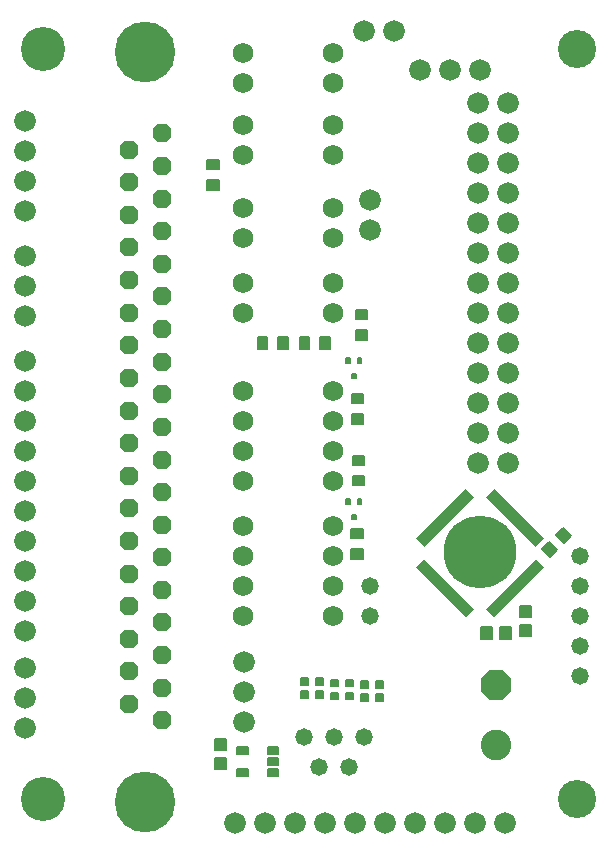
<source format=gts>
G75*
%MOIN*%
%OFA0B0*%
%FSLAX24Y24*%
%IPPOS*%
%LPD*%
%AMOC8*
5,1,8,0,0,1.08239X$1,22.5*
%
%ADD10C,0.1470*%
%ADD11C,0.1270*%
%ADD12R,0.0380X0.2340*%
%ADD13R,0.2340X0.0380*%
%ADD14R,0.0390X0.2340*%
%ADD15C,0.0064*%
%ADD16OC8,0.0620*%
%ADD17C,0.2020*%
%ADD18C,0.0680*%
%ADD19C,0.0063*%
%ADD20C,0.0720*%
%ADD21C,0.0067*%
%ADD22C,0.0064*%
%ADD23C,0.1020*%
%ADD24OC8,0.1020*%
%ADD25C,0.0580*%
%ADD26C,0.0063*%
%ADD27C,0.2420*%
D10*
X002700Y002287D03*
X002700Y027287D03*
D11*
X020500Y027287D03*
X020500Y002287D03*
D12*
G36*
X019109Y010285D02*
X019378Y010016D01*
X017725Y008363D01*
X017456Y008632D01*
X019109Y010285D01*
G37*
D13*
G36*
X017725Y012619D02*
X019378Y010966D01*
X019109Y010697D01*
X017456Y012350D01*
X017725Y012619D01*
G37*
G36*
X015391Y010285D02*
X017044Y008632D01*
X016775Y008363D01*
X015122Y010016D01*
X015391Y010285D01*
G37*
D14*
G36*
X016769Y012626D02*
X017045Y012350D01*
X015391Y010696D01*
X015115Y010972D01*
X016769Y012626D01*
G37*
D15*
X018948Y008718D02*
X018948Y008354D01*
X018572Y008354D01*
X018572Y008718D01*
X018948Y008718D01*
X018948Y008417D02*
X018572Y008417D01*
X018572Y008480D02*
X018948Y008480D01*
X018948Y008543D02*
X018572Y008543D01*
X018572Y008606D02*
X018948Y008606D01*
X018948Y008669D02*
X018572Y008669D01*
X018948Y008079D02*
X018948Y007715D01*
X018572Y007715D01*
X018572Y008079D01*
X018948Y008079D01*
X018948Y007778D02*
X018572Y007778D01*
X018572Y007841D02*
X018948Y007841D01*
X018948Y007904D02*
X018572Y007904D01*
X018572Y007967D02*
X018948Y007967D01*
X018948Y008030D02*
X018572Y008030D01*
X018291Y007629D02*
X017927Y007629D01*
X017927Y008005D01*
X018291Y008005D01*
X018291Y007629D01*
X018291Y007692D02*
X017927Y007692D01*
X017927Y007755D02*
X018291Y007755D01*
X018291Y007818D02*
X017927Y007818D01*
X017927Y007881D02*
X018291Y007881D01*
X018291Y007944D02*
X017927Y007944D01*
X017653Y007629D02*
X017289Y007629D01*
X017289Y008005D01*
X017653Y008005D01*
X017653Y007629D01*
X017653Y007692D02*
X017289Y007692D01*
X017289Y007755D02*
X017653Y007755D01*
X017653Y007818D02*
X017289Y007818D01*
X017289Y007881D02*
X017653Y007881D01*
X017653Y007944D02*
X017289Y007944D01*
X008412Y004288D02*
X008412Y003924D01*
X008412Y004288D02*
X008788Y004288D01*
X008788Y003924D01*
X008412Y003924D01*
X008412Y003987D02*
X008788Y003987D01*
X008788Y004050D02*
X008412Y004050D01*
X008412Y004113D02*
X008788Y004113D01*
X008788Y004176D02*
X008412Y004176D01*
X008412Y004239D02*
X008788Y004239D01*
X008412Y003649D02*
X008412Y003285D01*
X008412Y003649D02*
X008788Y003649D01*
X008788Y003285D01*
X008412Y003285D01*
X008412Y003348D02*
X008788Y003348D01*
X008788Y003411D02*
X008412Y003411D01*
X008412Y003474D02*
X008788Y003474D01*
X008788Y003537D02*
X008412Y003537D01*
X008412Y003600D02*
X008788Y003600D01*
D16*
X006660Y004907D03*
X006660Y005997D03*
X006660Y007077D03*
X006660Y008167D03*
X006660Y009257D03*
X006660Y010337D03*
X006660Y011427D03*
X006660Y012517D03*
X006660Y013597D03*
X006660Y014687D03*
X006660Y015777D03*
X006660Y016857D03*
X006660Y017947D03*
X006660Y019037D03*
X006660Y020127D03*
X006660Y021207D03*
X006660Y022297D03*
X006660Y023387D03*
X006660Y024467D03*
X005540Y023927D03*
X005540Y022837D03*
X005540Y021757D03*
X005540Y020667D03*
X005540Y019577D03*
X005540Y018497D03*
X005540Y017407D03*
X005540Y016317D03*
X005540Y015227D03*
X005540Y014147D03*
X005540Y013057D03*
X005540Y011967D03*
X005540Y010887D03*
X005540Y009797D03*
X005540Y008707D03*
X005540Y007627D03*
X005540Y006537D03*
X005540Y005447D03*
D17*
X006100Y002187D03*
X006100Y027187D03*
D18*
X009350Y027137D03*
X009350Y026137D03*
X009350Y024737D03*
X009350Y023737D03*
X009350Y021987D03*
X009350Y020987D03*
X009350Y019487D03*
X009350Y018487D03*
X009350Y015887D03*
X009350Y014887D03*
X009350Y013887D03*
X009350Y012887D03*
X009350Y011387D03*
X009350Y010387D03*
X009350Y009387D03*
X009350Y008387D03*
X012350Y008387D03*
X012350Y009387D03*
X012350Y010387D03*
X012350Y011387D03*
X012350Y012887D03*
X012350Y013887D03*
X012350Y014887D03*
X012350Y015887D03*
X012350Y018487D03*
X012350Y019487D03*
X012350Y020987D03*
X012350Y021987D03*
X012350Y023737D03*
X012350Y024737D03*
X012350Y026137D03*
X012350Y027137D03*
D19*
X008539Y023575D02*
X008539Y023267D01*
X008161Y023267D01*
X008161Y023575D01*
X008539Y023575D01*
X008539Y023329D02*
X008161Y023329D01*
X008161Y023391D02*
X008539Y023391D01*
X008539Y023453D02*
X008161Y023453D01*
X008161Y023515D02*
X008539Y023515D01*
X008539Y022906D02*
X008539Y022598D01*
X008161Y022598D01*
X008161Y022906D01*
X008539Y022906D01*
X008539Y022660D02*
X008161Y022660D01*
X008161Y022722D02*
X008539Y022722D01*
X008539Y022784D02*
X008161Y022784D01*
X008161Y022846D02*
X008539Y022846D01*
X009861Y017676D02*
X010169Y017676D01*
X010169Y017298D01*
X009861Y017298D01*
X009861Y017676D01*
X009861Y017360D02*
X010169Y017360D01*
X010169Y017422D02*
X009861Y017422D01*
X009861Y017484D02*
X010169Y017484D01*
X010169Y017546D02*
X009861Y017546D01*
X009861Y017608D02*
X010169Y017608D01*
X010169Y017670D02*
X009861Y017670D01*
X010531Y017676D02*
X010839Y017676D01*
X010839Y017298D01*
X010531Y017298D01*
X010531Y017676D01*
X010531Y017360D02*
X010839Y017360D01*
X010839Y017422D02*
X010531Y017422D01*
X010531Y017484D02*
X010839Y017484D01*
X010839Y017546D02*
X010531Y017546D01*
X010531Y017608D02*
X010839Y017608D01*
X010839Y017670D02*
X010531Y017670D01*
X011261Y017676D02*
X011569Y017676D01*
X011569Y017298D01*
X011261Y017298D01*
X011261Y017676D01*
X011261Y017360D02*
X011569Y017360D01*
X011569Y017422D02*
X011261Y017422D01*
X011261Y017484D02*
X011569Y017484D01*
X011569Y017546D02*
X011261Y017546D01*
X011261Y017608D02*
X011569Y017608D01*
X011569Y017670D02*
X011261Y017670D01*
X011931Y017676D02*
X012239Y017676D01*
X012239Y017298D01*
X011931Y017298D01*
X011931Y017676D01*
X011931Y017360D02*
X012239Y017360D01*
X012239Y017422D02*
X011931Y017422D01*
X011931Y017484D02*
X012239Y017484D01*
X012239Y017546D02*
X011931Y017546D01*
X011931Y017608D02*
X012239Y017608D01*
X012239Y017670D02*
X011931Y017670D01*
X013489Y017598D02*
X013489Y017906D01*
X013489Y017598D02*
X013111Y017598D01*
X013111Y017906D01*
X013489Y017906D01*
X013489Y017660D02*
X013111Y017660D01*
X013111Y017722D02*
X013489Y017722D01*
X013489Y017784D02*
X013111Y017784D01*
X013111Y017846D02*
X013489Y017846D01*
X013489Y018267D02*
X013489Y018575D01*
X013489Y018267D02*
X013111Y018267D01*
X013111Y018575D01*
X013489Y018575D01*
X013489Y018329D02*
X013111Y018329D01*
X013111Y018391D02*
X013489Y018391D01*
X013489Y018453D02*
X013111Y018453D01*
X013111Y018515D02*
X013489Y018515D01*
X012991Y015775D02*
X012991Y015467D01*
X012991Y015775D02*
X013369Y015775D01*
X013369Y015467D01*
X012991Y015467D01*
X012991Y015529D02*
X013369Y015529D01*
X013369Y015591D02*
X012991Y015591D01*
X012991Y015653D02*
X013369Y015653D01*
X013369Y015715D02*
X012991Y015715D01*
X012991Y015106D02*
X012991Y014798D01*
X012991Y015106D02*
X013369Y015106D01*
X013369Y014798D01*
X012991Y014798D01*
X012991Y014860D02*
X013369Y014860D01*
X013369Y014922D02*
X012991Y014922D01*
X012991Y014984D02*
X013369Y014984D01*
X013369Y015046D02*
X012991Y015046D01*
X013389Y013725D02*
X013389Y013417D01*
X013011Y013417D01*
X013011Y013725D01*
X013389Y013725D01*
X013389Y013479D02*
X013011Y013479D01*
X013011Y013541D02*
X013389Y013541D01*
X013389Y013603D02*
X013011Y013603D01*
X013011Y013665D02*
X013389Y013665D01*
X013389Y013056D02*
X013389Y012748D01*
X013011Y012748D01*
X013011Y013056D01*
X013389Y013056D01*
X013389Y012810D02*
X013011Y012810D01*
X013011Y012872D02*
X013389Y012872D01*
X013389Y012934D02*
X013011Y012934D01*
X013011Y012996D02*
X013389Y012996D01*
X012961Y011275D02*
X012961Y010967D01*
X012961Y011275D02*
X013339Y011275D01*
X013339Y010967D01*
X012961Y010967D01*
X012961Y011029D02*
X013339Y011029D01*
X013339Y011091D02*
X012961Y011091D01*
X012961Y011153D02*
X013339Y011153D01*
X013339Y011215D02*
X012961Y011215D01*
X012961Y010606D02*
X012961Y010298D01*
X012961Y010606D02*
X013339Y010606D01*
X013339Y010298D01*
X012961Y010298D01*
X012961Y010360D02*
X013339Y010360D01*
X013339Y010422D02*
X012961Y010422D01*
X012961Y010484D02*
X013339Y010484D01*
X013339Y010546D02*
X012961Y010546D01*
X019321Y010624D02*
X019539Y010842D01*
X019805Y010576D01*
X019587Y010358D01*
X019321Y010624D01*
X019525Y010420D02*
X019649Y010420D01*
X019711Y010482D02*
X019463Y010482D01*
X019401Y010544D02*
X019773Y010544D01*
X019775Y010606D02*
X019339Y010606D01*
X019365Y010668D02*
X019713Y010668D01*
X019651Y010730D02*
X019427Y010730D01*
X019489Y010792D02*
X019589Y010792D01*
X019795Y011097D02*
X020013Y011315D01*
X020279Y011049D01*
X020061Y010831D01*
X019795Y011097D01*
X019999Y010893D02*
X020123Y010893D01*
X020185Y010955D02*
X019937Y010955D01*
X019875Y011017D02*
X020247Y011017D01*
X020249Y011079D02*
X019813Y011079D01*
X019839Y011141D02*
X020187Y011141D01*
X020125Y011203D02*
X019901Y011203D01*
X019963Y011265D02*
X020063Y011265D01*
D20*
X018200Y013487D03*
X018200Y014487D03*
X018200Y015487D03*
X018200Y016487D03*
X018200Y017487D03*
X018200Y018487D03*
X018200Y019487D03*
X018200Y020487D03*
X018200Y021487D03*
X018200Y022487D03*
X018200Y023487D03*
X018200Y024487D03*
X018200Y025487D03*
X017200Y025487D03*
X017250Y026587D03*
X016250Y026587D03*
X015250Y026587D03*
X014400Y027887D03*
X013400Y027887D03*
X017200Y024487D03*
X017200Y023487D03*
X017200Y022487D03*
X017200Y021487D03*
X017200Y020487D03*
X017200Y019487D03*
X017200Y018487D03*
X017200Y017487D03*
X017200Y016487D03*
X017200Y015487D03*
X017200Y014487D03*
X017200Y013487D03*
X013600Y021237D03*
X013600Y022237D03*
X002100Y021887D03*
X002100Y022887D03*
X002100Y023887D03*
X002100Y024887D03*
X002100Y020387D03*
X002100Y019387D03*
X002100Y018387D03*
X002100Y016887D03*
X002100Y015887D03*
X002100Y014887D03*
X002100Y013887D03*
X002100Y012887D03*
X002100Y011887D03*
X002100Y010887D03*
X002100Y009887D03*
X002100Y008887D03*
X002100Y007887D03*
X002100Y006637D03*
X002100Y005637D03*
X002100Y004637D03*
X009100Y001487D03*
X010100Y001487D03*
X011100Y001487D03*
X012100Y001487D03*
X013100Y001487D03*
X014100Y001487D03*
X015100Y001487D03*
X016100Y001487D03*
X017100Y001487D03*
X018100Y001487D03*
X009400Y004837D03*
X009400Y005837D03*
X009400Y006837D03*
D21*
X012995Y011758D02*
X013105Y011758D01*
X013105Y011604D01*
X012995Y011604D01*
X012995Y011758D01*
X012995Y011670D02*
X013105Y011670D01*
X013105Y011736D02*
X012995Y011736D01*
X012908Y012270D02*
X012798Y012270D01*
X012908Y012270D02*
X012908Y012116D01*
X012798Y012116D01*
X012798Y012270D01*
X012798Y012182D02*
X012908Y012182D01*
X012908Y012248D02*
X012798Y012248D01*
X013192Y012270D02*
X013302Y012270D01*
X013302Y012116D01*
X013192Y012116D01*
X013192Y012270D01*
X013192Y012182D02*
X013302Y012182D01*
X013302Y012248D02*
X013192Y012248D01*
X013105Y016458D02*
X012995Y016458D01*
X013105Y016458D02*
X013105Y016304D01*
X012995Y016304D01*
X012995Y016458D01*
X012995Y016370D02*
X013105Y016370D01*
X013105Y016436D02*
X012995Y016436D01*
X012908Y016970D02*
X012798Y016970D01*
X012908Y016970D02*
X012908Y016816D01*
X012798Y016816D01*
X012798Y016970D01*
X012798Y016882D02*
X012908Y016882D01*
X012908Y016948D02*
X012798Y016948D01*
X013192Y016970D02*
X013302Y016970D01*
X013302Y016816D01*
X013192Y016816D01*
X013192Y016970D01*
X013192Y016882D02*
X013302Y016882D01*
X013302Y016948D02*
X013192Y016948D01*
D22*
X010531Y004025D02*
X010531Y003797D01*
X010185Y003797D01*
X010185Y004025D01*
X010531Y004025D01*
X010531Y003860D02*
X010185Y003860D01*
X010185Y003923D02*
X010531Y003923D01*
X010531Y003986D02*
X010185Y003986D01*
X010531Y003651D02*
X010531Y003423D01*
X010185Y003423D01*
X010185Y003651D01*
X010531Y003651D01*
X010531Y003486D02*
X010185Y003486D01*
X010185Y003549D02*
X010531Y003549D01*
X010531Y003612D02*
X010185Y003612D01*
X010531Y003277D02*
X010531Y003049D01*
X010185Y003049D01*
X010185Y003277D01*
X010531Y003277D01*
X010531Y003112D02*
X010185Y003112D01*
X010185Y003175D02*
X010531Y003175D01*
X010531Y003238D02*
X010185Y003238D01*
X009511Y003277D02*
X009511Y003049D01*
X009165Y003049D01*
X009165Y003277D01*
X009511Y003277D01*
X009511Y003112D02*
X009165Y003112D01*
X009165Y003175D02*
X009511Y003175D01*
X009511Y003238D02*
X009165Y003238D01*
X009511Y003797D02*
X009511Y004025D01*
X009511Y003797D02*
X009165Y003797D01*
X009165Y004025D01*
X009511Y004025D01*
X009511Y003860D02*
X009165Y003860D01*
X009165Y003923D02*
X009511Y003923D01*
X009511Y003986D02*
X009165Y003986D01*
D23*
X017800Y004087D03*
D24*
X017800Y006087D03*
D25*
X020600Y006387D03*
X020600Y007387D03*
X020600Y008387D03*
X020600Y009387D03*
X020600Y010387D03*
X013600Y009387D03*
X013600Y008387D03*
X013400Y004337D03*
X012900Y003337D03*
X012400Y004337D03*
X011900Y003337D03*
X011400Y004337D03*
D26*
X011276Y005664D02*
X011276Y005876D01*
X011524Y005876D01*
X011524Y005664D01*
X011276Y005664D01*
X011276Y005726D02*
X011524Y005726D01*
X011524Y005788D02*
X011276Y005788D01*
X011276Y005850D02*
X011524Y005850D01*
X011276Y006098D02*
X011276Y006310D01*
X011524Y006310D01*
X011524Y006098D01*
X011276Y006098D01*
X011276Y006160D02*
X011524Y006160D01*
X011524Y006222D02*
X011276Y006222D01*
X011276Y006284D02*
X011524Y006284D01*
X012024Y006310D02*
X012024Y006098D01*
X011776Y006098D01*
X011776Y006310D01*
X012024Y006310D01*
X012024Y006160D02*
X011776Y006160D01*
X011776Y006222D02*
X012024Y006222D01*
X012024Y006284D02*
X011776Y006284D01*
X012024Y005876D02*
X012024Y005664D01*
X011776Y005664D01*
X011776Y005876D01*
X012024Y005876D01*
X012024Y005726D02*
X011776Y005726D01*
X011776Y005788D02*
X012024Y005788D01*
X012024Y005850D02*
X011776Y005850D01*
X012276Y005826D02*
X012276Y005614D01*
X012276Y005826D02*
X012524Y005826D01*
X012524Y005614D01*
X012276Y005614D01*
X012276Y005676D02*
X012524Y005676D01*
X012524Y005738D02*
X012276Y005738D01*
X012276Y005800D02*
X012524Y005800D01*
X012276Y006048D02*
X012276Y006260D01*
X012524Y006260D01*
X012524Y006048D01*
X012276Y006048D01*
X012276Y006110D02*
X012524Y006110D01*
X012524Y006172D02*
X012276Y006172D01*
X012276Y006234D02*
X012524Y006234D01*
X013024Y006260D02*
X013024Y006048D01*
X012776Y006048D01*
X012776Y006260D01*
X013024Y006260D01*
X013024Y006110D02*
X012776Y006110D01*
X012776Y006172D02*
X013024Y006172D01*
X013024Y006234D02*
X012776Y006234D01*
X013024Y005826D02*
X013024Y005614D01*
X012776Y005614D01*
X012776Y005826D01*
X013024Y005826D01*
X013024Y005676D02*
X012776Y005676D01*
X012776Y005738D02*
X013024Y005738D01*
X013024Y005800D02*
X012776Y005800D01*
X013276Y005776D02*
X013276Y005564D01*
X013276Y005776D02*
X013524Y005776D01*
X013524Y005564D01*
X013276Y005564D01*
X013276Y005626D02*
X013524Y005626D01*
X013524Y005688D02*
X013276Y005688D01*
X013276Y005750D02*
X013524Y005750D01*
X013276Y005998D02*
X013276Y006210D01*
X013524Y006210D01*
X013524Y005998D01*
X013276Y005998D01*
X013276Y006060D02*
X013524Y006060D01*
X013524Y006122D02*
X013276Y006122D01*
X013276Y006184D02*
X013524Y006184D01*
X014024Y006210D02*
X014024Y005998D01*
X013776Y005998D01*
X013776Y006210D01*
X014024Y006210D01*
X014024Y006060D02*
X013776Y006060D01*
X013776Y006122D02*
X014024Y006122D01*
X014024Y006184D02*
X013776Y006184D01*
X014024Y005776D02*
X014024Y005564D01*
X013776Y005564D01*
X013776Y005776D01*
X014024Y005776D01*
X014024Y005626D02*
X013776Y005626D01*
X013776Y005688D02*
X014024Y005688D01*
X014024Y005750D02*
X013776Y005750D01*
D27*
X017251Y010502D03*
M02*

</source>
